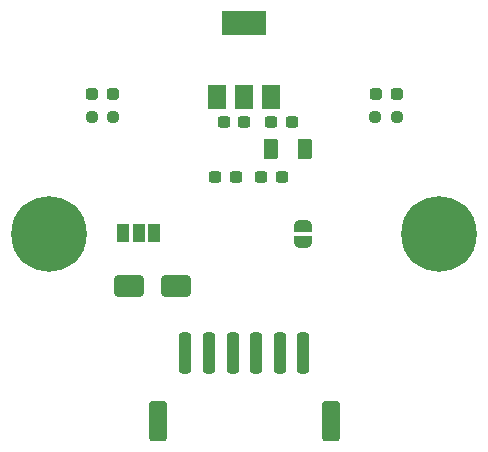
<source format=gbr>
%TF.GenerationSoftware,KiCad,Pcbnew,7.0.6-7.0.6~ubuntu22.04.1*%
%TF.CreationDate,2023-09-05T16:39:34+08:00*%
%TF.ProjectId,CAM_Module,43414d5f-4d6f-4647-956c-652e6b696361,rev?*%
%TF.SameCoordinates,Original*%
%TF.FileFunction,Soldermask,Top*%
%TF.FilePolarity,Negative*%
%FSLAX46Y46*%
G04 Gerber Fmt 4.6, Leading zero omitted, Abs format (unit mm)*
G04 Created by KiCad (PCBNEW 7.0.6-7.0.6~ubuntu22.04.1) date 2023-09-05 16:39:34*
%MOMM*%
%LPD*%
G01*
G04 APERTURE LIST*
G04 Aperture macros list*
%AMRoundRect*
0 Rectangle with rounded corners*
0 $1 Rounding radius*
0 $2 $3 $4 $5 $6 $7 $8 $9 X,Y pos of 4 corners*
0 Add a 4 corners polygon primitive as box body*
4,1,4,$2,$3,$4,$5,$6,$7,$8,$9,$2,$3,0*
0 Add four circle primitives for the rounded corners*
1,1,$1+$1,$2,$3*
1,1,$1+$1,$4,$5*
1,1,$1+$1,$6,$7*
1,1,$1+$1,$8,$9*
0 Add four rect primitives between the rounded corners*
20,1,$1+$1,$2,$3,$4,$5,0*
20,1,$1+$1,$4,$5,$6,$7,0*
20,1,$1+$1,$6,$7,$8,$9,0*
20,1,$1+$1,$8,$9,$2,$3,0*%
%AMFreePoly0*
4,1,19,0.500000,-0.750000,0.000000,-0.750000,0.000000,-0.744911,-0.071157,-0.744911,-0.207708,-0.704816,-0.327430,-0.627875,-0.420627,-0.520320,-0.479746,-0.390866,-0.500000,-0.250000,-0.500000,0.250000,-0.479746,0.390866,-0.420627,0.520320,-0.327430,0.627875,-0.207708,0.704816,-0.071157,0.744911,0.000000,0.744911,0.000000,0.750000,0.500000,0.750000,0.500000,-0.750000,0.500000,-0.750000,
$1*%
%AMFreePoly1*
4,1,19,0.000000,0.744911,0.071157,0.744911,0.207708,0.704816,0.327430,0.627875,0.420627,0.520320,0.479746,0.390866,0.500000,0.250000,0.500000,-0.250000,0.479746,-0.390866,0.420627,-0.520320,0.327430,-0.627875,0.207708,-0.704816,0.071157,-0.744911,0.000000,-0.744911,0.000000,-0.750000,-0.500000,-0.750000,-0.500000,0.750000,0.000000,0.750000,0.000000,0.744911,0.000000,0.744911,
$1*%
G04 Aperture macros list end*
%ADD10RoundRect,0.250000X-1.000000X-0.650000X1.000000X-0.650000X1.000000X0.650000X-1.000000X0.650000X0*%
%ADD11RoundRect,0.250000X-0.375000X-0.625000X0.375000X-0.625000X0.375000X0.625000X-0.375000X0.625000X0*%
%ADD12R,1.000000X1.500000*%
%ADD13RoundRect,0.237500X0.250000X0.237500X-0.250000X0.237500X-0.250000X-0.237500X0.250000X-0.237500X0*%
%ADD14RoundRect,0.237500X0.287500X0.237500X-0.287500X0.237500X-0.287500X-0.237500X0.287500X-0.237500X0*%
%ADD15RoundRect,0.237500X0.300000X0.237500X-0.300000X0.237500X-0.300000X-0.237500X0.300000X-0.237500X0*%
%ADD16FreePoly0,90.000000*%
%ADD17FreePoly1,90.000000*%
%ADD18C,0.800000*%
%ADD19C,6.400000*%
%ADD20RoundRect,0.237500X-0.250000X-0.237500X0.250000X-0.237500X0.250000X0.237500X-0.250000X0.237500X0*%
%ADD21RoundRect,0.237500X-0.300000X-0.237500X0.300000X-0.237500X0.300000X0.237500X-0.300000X0.237500X0*%
%ADD22RoundRect,0.237500X-0.287500X-0.237500X0.287500X-0.237500X0.287500X0.237500X-0.287500X0.237500X0*%
%ADD23RoundRect,0.250000X-0.250000X-1.500000X0.250000X-1.500000X0.250000X1.500000X-0.250000X1.500000X0*%
%ADD24RoundRect,0.250001X-0.499999X-1.449999X0.499999X-1.449999X0.499999X1.449999X-0.499999X1.449999X0*%
%ADD25R,1.500000X2.000000*%
%ADD26R,3.800000X2.000000*%
G04 APERTURE END LIST*
D10*
%TO.C,D4*%
X140250000Y-64400000D03*
X144250000Y-64400000D03*
%TD*%
D11*
%TO.C,D3*%
X155100000Y-52850000D03*
X152300000Y-52850000D03*
%TD*%
D12*
%TO.C,JP2*%
X142350000Y-59907500D03*
X141050000Y-59907500D03*
X139750000Y-59907500D03*
%TD*%
D13*
%TO.C,R2*%
X138911250Y-50097500D03*
X137086250Y-50097500D03*
%TD*%
D14*
%TO.C,D2*%
X138853750Y-48132500D03*
X137103750Y-48132500D03*
%TD*%
D15*
%TO.C,C4*%
X150000000Y-50500000D03*
X148275000Y-50500000D03*
%TD*%
D16*
%TO.C,JP1*%
X154950000Y-60650000D03*
D17*
X154950000Y-59350000D03*
%TD*%
D18*
%TO.C,REF\u002A\u002A*%
X164100000Y-60000000D03*
X164802944Y-58302944D03*
X164802944Y-61697056D03*
X166500000Y-57600000D03*
D19*
X166500000Y-60000000D03*
D18*
X166500000Y-62400000D03*
X168197056Y-58302944D03*
X168197056Y-61697056D03*
X168900000Y-60000000D03*
%TD*%
D15*
%TO.C,C1*%
X149262500Y-55200000D03*
X147537500Y-55200000D03*
%TD*%
D20*
%TO.C,R1*%
X161086250Y-50100000D03*
X162911250Y-50100000D03*
%TD*%
D18*
%TO.C,REF\u002A\u002A*%
X131100000Y-60000000D03*
X131802944Y-58302944D03*
X131802944Y-61697056D03*
X133500000Y-57600000D03*
D19*
X133500000Y-60000000D03*
D18*
X133500000Y-62400000D03*
X135197056Y-58302944D03*
X135197056Y-61697056D03*
X135900000Y-60000000D03*
%TD*%
D21*
%TO.C,C3*%
X152300000Y-50500000D03*
X154025000Y-50500000D03*
%TD*%
D15*
%TO.C,C2*%
X153162500Y-55200000D03*
X151437500Y-55200000D03*
%TD*%
D22*
%TO.C,D1*%
X161146250Y-48135000D03*
X162896250Y-48135000D03*
%TD*%
D23*
%TO.C,J1*%
X145000000Y-70100000D03*
X147000000Y-70100000D03*
X149000000Y-70100000D03*
X151000000Y-70100000D03*
X153000000Y-70100000D03*
X155000000Y-70100000D03*
D24*
X142650000Y-75850000D03*
X157350000Y-75850000D03*
%TD*%
D25*
%TO.C,U2*%
X147700000Y-48400000D03*
X150000000Y-48400000D03*
D26*
X150000000Y-42100000D03*
D25*
X152300000Y-48400000D03*
%TD*%
M02*

</source>
